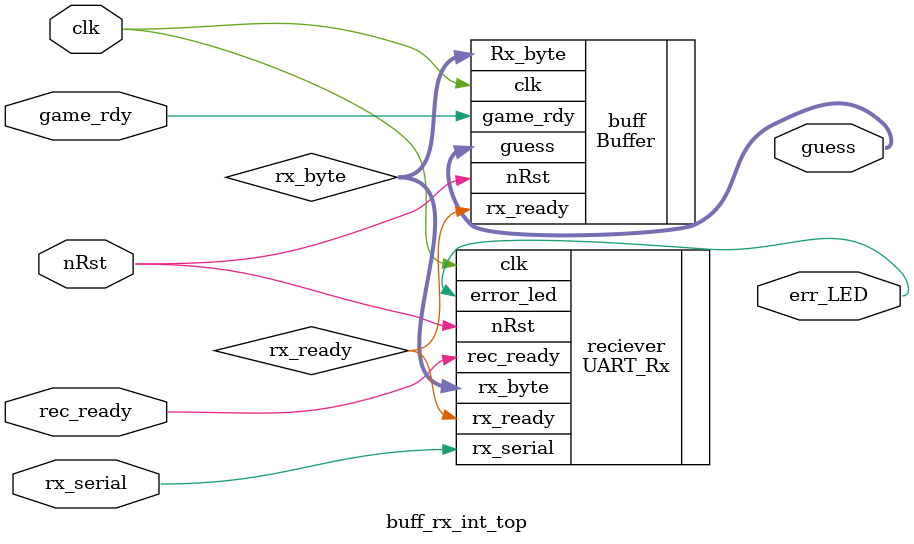
<source format=sv>
/* UART Reciever + Buffer Integration Module
Descriuption: x
*/

module buff_rx_int_top (
    input logic clk, nRst, rx_serial, rec_ready, game_rdy, //Input of UART_Rx
    output logic err_LED, //output of UART_Rx 
    output logic [7:0] guess //output of buffer
);
logic rx_ready; //output of UART_Rx, rx_ready is also input of buffer
logic [7:0] rx_byte; //output of UART_Rx and input of buffer

Buffer buff (.clk(clk), .nRst(nRst), .Rx_byte(rx_byte), .game_rdy(game_rdy), .rx_ready(rx_ready), .guess(guess));
UART_Rx reciever(.clk(clk), .nRst(nRst), .rx_serial(rx_serial), .rec_ready(rec_ready), .error_led(err_LED), .rx_ready(rx_ready), .rx_byte(rx_byte));

endmodule
</source>
